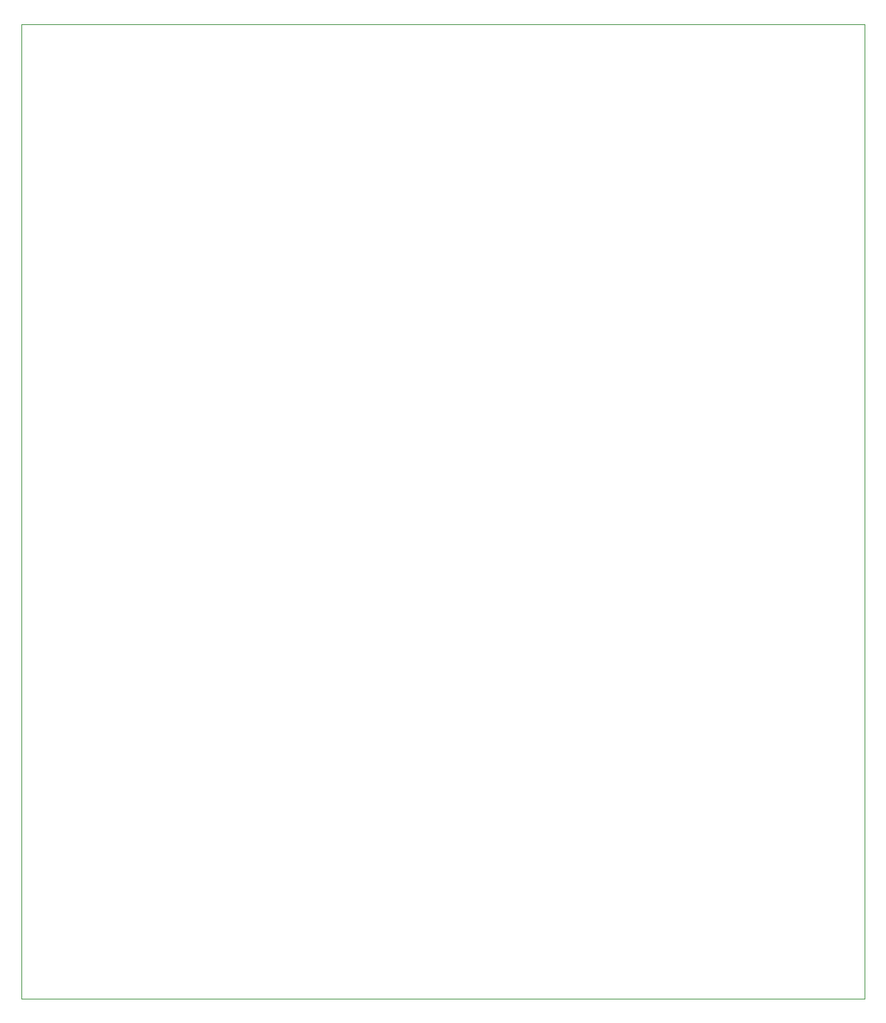
<source format=gbr>
%TF.GenerationSoftware,KiCad,Pcbnew,9.0.7*%
%TF.CreationDate,2026-01-22T15:28:46+05:00*%
%TF.ProjectId,PCB,5043422e-6b69-4636-9164-5f7063625858,rev?*%
%TF.SameCoordinates,Original*%
%TF.FileFunction,Profile,NP*%
%FSLAX46Y46*%
G04 Gerber Fmt 4.6, Leading zero omitted, Abs format (unit mm)*
G04 Created by KiCad (PCBNEW 9.0.7) date 2026-01-22 15:28:46*
%MOMM*%
%LPD*%
G01*
G04 APERTURE LIST*
%TA.AperFunction,Profile*%
%ADD10C,0.050000*%
%TD*%
G04 APERTURE END LIST*
D10*
X89695000Y-31319673D02*
X189695000Y-31319673D01*
X189695000Y-146819673D01*
X89695000Y-146819673D01*
X89695000Y-31319673D01*
M02*

</source>
